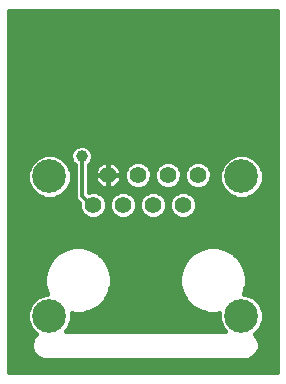
<source format=gbl>
G75*
%MOIN*%
%OFA0B0*%
%FSLAX25Y25*%
%IPPOS*%
%LPD*%
%AMOC8*
5,1,8,0,0,1.08239X$1,22.5*
%
%ADD10C,0.05543*%
%ADD11C,0.11220*%
%ADD12C,0.01600*%
%ADD13C,0.03962*%
%ADD14C,0.01200*%
D10*
X0039497Y0067430D03*
X0044497Y0077430D03*
X0049497Y0067430D03*
X0054497Y0077430D03*
X0059497Y0067430D03*
X0064497Y0077430D03*
X0069497Y0067430D03*
X0074497Y0077430D03*
D11*
X0088997Y0076918D03*
X0088997Y0030430D03*
X0024997Y0030430D03*
X0024997Y0076918D03*
D12*
X0011600Y0131961D02*
X0011600Y0011600D01*
X0100701Y0011600D01*
X0100701Y0131961D01*
X0011600Y0131961D01*
X0011600Y0130722D02*
X0100701Y0130722D01*
X0100701Y0129123D02*
X0011600Y0129123D01*
X0011600Y0127525D02*
X0100701Y0127525D01*
X0100701Y0125926D02*
X0011600Y0125926D01*
X0011600Y0124328D02*
X0100701Y0124328D01*
X0100701Y0122729D02*
X0011600Y0122729D01*
X0011600Y0121131D02*
X0100701Y0121131D01*
X0100701Y0119532D02*
X0011600Y0119532D01*
X0011600Y0117934D02*
X0100701Y0117934D01*
X0100701Y0116335D02*
X0011600Y0116335D01*
X0011600Y0114737D02*
X0100701Y0114737D01*
X0100701Y0113138D02*
X0011600Y0113138D01*
X0011600Y0111539D02*
X0100701Y0111539D01*
X0100701Y0109941D02*
X0011600Y0109941D01*
X0011600Y0108342D02*
X0100701Y0108342D01*
X0100701Y0106744D02*
X0011600Y0106744D01*
X0011600Y0105145D02*
X0100701Y0105145D01*
X0100701Y0103547D02*
X0011600Y0103547D01*
X0011600Y0101948D02*
X0100701Y0101948D01*
X0100701Y0100350D02*
X0011600Y0100350D01*
X0011600Y0098751D02*
X0100701Y0098751D01*
X0100701Y0097153D02*
X0011600Y0097153D01*
X0011600Y0095554D02*
X0100701Y0095554D01*
X0100701Y0093956D02*
X0011600Y0093956D01*
X0011600Y0092357D02*
X0100701Y0092357D01*
X0100701Y0090759D02*
X0011600Y0090759D01*
X0011600Y0089160D02*
X0100701Y0089160D01*
X0100701Y0087562D02*
X0011600Y0087562D01*
X0011600Y0085963D02*
X0032716Y0085963D01*
X0032595Y0085842D02*
X0032019Y0084452D01*
X0032019Y0082948D01*
X0032595Y0081558D01*
X0033400Y0080753D01*
X0033400Y0070023D01*
X0033765Y0069141D01*
X0034925Y0067981D01*
X0034925Y0066521D01*
X0035621Y0064840D01*
X0036907Y0063554D01*
X0038587Y0062858D01*
X0040406Y0062858D01*
X0042086Y0063554D01*
X0043373Y0064840D01*
X0044068Y0066521D01*
X0044068Y0068339D01*
X0043373Y0070020D01*
X0042086Y0071306D01*
X0040406Y0072002D01*
X0038587Y0072002D01*
X0038200Y0071841D01*
X0038200Y0080753D01*
X0039005Y0081558D01*
X0039581Y0082948D01*
X0039581Y0084452D01*
X0039005Y0085842D01*
X0037942Y0086905D01*
X0036552Y0087481D01*
X0035048Y0087481D01*
X0033658Y0086905D01*
X0032595Y0085842D01*
X0032019Y0084365D02*
X0011600Y0084365D01*
X0011600Y0082766D02*
X0020365Y0082766D01*
X0020799Y0083200D02*
X0018715Y0081116D01*
X0017587Y0078392D01*
X0017587Y0075444D01*
X0018715Y0072721D01*
X0020799Y0070636D01*
X0023523Y0069508D01*
X0026471Y0069508D01*
X0029194Y0070636D01*
X0031279Y0072721D01*
X0032407Y0075444D01*
X0032407Y0078392D01*
X0031279Y0081116D01*
X0029194Y0083200D01*
X0026471Y0084328D01*
X0023523Y0084328D01*
X0020799Y0083200D01*
X0018767Y0081168D02*
X0011600Y0081168D01*
X0011600Y0079569D02*
X0018074Y0079569D01*
X0017587Y0077971D02*
X0011600Y0077971D01*
X0011600Y0076372D02*
X0017587Y0076372D01*
X0017864Y0074774D02*
X0011600Y0074774D01*
X0011600Y0073175D02*
X0018526Y0073175D01*
X0019859Y0071577D02*
X0011600Y0071577D01*
X0011600Y0069978D02*
X0022387Y0069978D01*
X0027606Y0069978D02*
X0033418Y0069978D01*
X0033400Y0071577D02*
X0030135Y0071577D01*
X0031467Y0073175D02*
X0033400Y0073175D01*
X0033400Y0074774D02*
X0032129Y0074774D01*
X0032407Y0076372D02*
X0033400Y0076372D01*
X0033400Y0077971D02*
X0032407Y0077971D01*
X0031919Y0079569D02*
X0033400Y0079569D01*
X0032985Y0081168D02*
X0031227Y0081168D01*
X0032094Y0082766D02*
X0029628Y0082766D01*
X0038615Y0081168D02*
X0041864Y0081168D01*
X0042101Y0081340D02*
X0041519Y0080917D01*
X0041010Y0080408D01*
X0040587Y0079826D01*
X0040260Y0079185D01*
X0040038Y0078500D01*
X0039925Y0077790D01*
X0039925Y0077516D01*
X0044411Y0077516D01*
X0044411Y0082002D01*
X0044137Y0082002D01*
X0043426Y0081889D01*
X0042742Y0081667D01*
X0042101Y0081340D01*
X0044411Y0081168D02*
X0044583Y0081168D01*
X0044583Y0082002D02*
X0044857Y0082002D01*
X0045567Y0081889D01*
X0046252Y0081667D01*
X0046893Y0081340D01*
X0047475Y0080917D01*
X0047984Y0080408D01*
X0048407Y0079826D01*
X0048734Y0079185D01*
X0048956Y0078500D01*
X0049068Y0077790D01*
X0049068Y0077516D01*
X0044583Y0077516D01*
X0044583Y0077344D01*
X0049068Y0077344D01*
X0049068Y0077070D01*
X0048956Y0076359D01*
X0048734Y0075675D01*
X0048407Y0075034D01*
X0047984Y0074452D01*
X0047475Y0073943D01*
X0046893Y0073520D01*
X0046252Y0073193D01*
X0045567Y0072971D01*
X0044857Y0072858D01*
X0044583Y0072858D01*
X0044583Y0077344D01*
X0044411Y0077344D01*
X0044411Y0072858D01*
X0044137Y0072858D01*
X0043426Y0072971D01*
X0042742Y0073193D01*
X0042101Y0073520D01*
X0041519Y0073943D01*
X0041010Y0074452D01*
X0040587Y0075034D01*
X0040260Y0075675D01*
X0040038Y0076359D01*
X0039925Y0077070D01*
X0039925Y0077344D01*
X0044411Y0077344D01*
X0044411Y0077516D01*
X0044583Y0077516D01*
X0044583Y0082002D01*
X0044583Y0079569D02*
X0044411Y0079569D01*
X0044411Y0077971D02*
X0044583Y0077971D01*
X0044583Y0076372D02*
X0044411Y0076372D01*
X0044411Y0074774D02*
X0044583Y0074774D01*
X0044583Y0073175D02*
X0044411Y0073175D01*
X0046196Y0073175D02*
X0052822Y0073175D01*
X0053587Y0072858D02*
X0051907Y0073554D01*
X0050621Y0074840D01*
X0049925Y0076521D01*
X0049925Y0078339D01*
X0050621Y0080020D01*
X0051907Y0081306D01*
X0053587Y0082002D01*
X0055406Y0082002D01*
X0057086Y0081306D01*
X0058373Y0080020D01*
X0059068Y0078339D01*
X0059068Y0076521D01*
X0058373Y0074840D01*
X0057086Y0073554D01*
X0055406Y0072858D01*
X0053587Y0072858D01*
X0052086Y0071306D02*
X0053373Y0070020D01*
X0054068Y0068339D01*
X0054068Y0066521D01*
X0053373Y0064840D01*
X0052086Y0063554D01*
X0050406Y0062858D01*
X0048587Y0062858D01*
X0046907Y0063554D01*
X0045621Y0064840D01*
X0044925Y0066521D01*
X0044925Y0068339D01*
X0045621Y0070020D01*
X0046907Y0071306D01*
X0048587Y0072002D01*
X0050406Y0072002D01*
X0052086Y0071306D01*
X0051432Y0071577D02*
X0057562Y0071577D01*
X0056907Y0071306D02*
X0055621Y0070020D01*
X0054925Y0068339D01*
X0054925Y0066521D01*
X0055621Y0064840D01*
X0056907Y0063554D01*
X0058587Y0062858D01*
X0060406Y0062858D01*
X0062086Y0063554D01*
X0063373Y0064840D01*
X0064068Y0066521D01*
X0064068Y0068339D01*
X0063373Y0070020D01*
X0062086Y0071306D01*
X0060406Y0072002D01*
X0058587Y0072002D01*
X0056907Y0071306D01*
X0056171Y0073175D02*
X0062822Y0073175D01*
X0063587Y0072858D02*
X0065406Y0072858D01*
X0067086Y0073554D01*
X0068373Y0074840D01*
X0069068Y0076521D01*
X0069068Y0078339D01*
X0068373Y0080020D01*
X0067086Y0081306D01*
X0065406Y0082002D01*
X0063587Y0082002D01*
X0061907Y0081306D01*
X0060621Y0080020D01*
X0059925Y0078339D01*
X0059925Y0076521D01*
X0060621Y0074840D01*
X0061907Y0073554D01*
X0063587Y0072858D01*
X0061432Y0071577D02*
X0067562Y0071577D01*
X0066907Y0071306D02*
X0065621Y0070020D01*
X0064925Y0068339D01*
X0064925Y0066521D01*
X0065621Y0064840D01*
X0066907Y0063554D01*
X0068587Y0062858D01*
X0070406Y0062858D01*
X0072086Y0063554D01*
X0073373Y0064840D01*
X0074068Y0066521D01*
X0074068Y0068339D01*
X0073373Y0070020D01*
X0072086Y0071306D01*
X0070406Y0072002D01*
X0068587Y0072002D01*
X0066907Y0071306D01*
X0065604Y0069978D02*
X0063390Y0069978D01*
X0064052Y0068380D02*
X0064942Y0068380D01*
X0064925Y0066781D02*
X0064068Y0066781D01*
X0063514Y0065183D02*
X0065479Y0065183D01*
X0066877Y0063584D02*
X0062116Y0063584D01*
X0056877Y0063584D02*
X0052116Y0063584D01*
X0053514Y0065183D02*
X0055479Y0065183D01*
X0054925Y0066781D02*
X0054068Y0066781D01*
X0054052Y0068380D02*
X0054942Y0068380D01*
X0055604Y0069978D02*
X0053390Y0069978D01*
X0050688Y0074774D02*
X0048218Y0074774D01*
X0048958Y0076372D02*
X0049987Y0076372D01*
X0049925Y0077971D02*
X0049040Y0077971D01*
X0048538Y0079569D02*
X0050435Y0079569D01*
X0051769Y0081168D02*
X0047130Y0081168D01*
X0040456Y0079569D02*
X0038200Y0079569D01*
X0038200Y0077971D02*
X0039954Y0077971D01*
X0040036Y0076372D02*
X0038200Y0076372D01*
X0038200Y0074774D02*
X0040776Y0074774D01*
X0042797Y0073175D02*
X0038200Y0073175D01*
X0041432Y0071577D02*
X0047562Y0071577D01*
X0045604Y0069978D02*
X0043390Y0069978D01*
X0044052Y0068380D02*
X0044942Y0068380D01*
X0044925Y0066781D02*
X0044068Y0066781D01*
X0043514Y0065183D02*
X0045479Y0065183D01*
X0046877Y0063584D02*
X0042116Y0063584D01*
X0036877Y0063584D02*
X0011600Y0063584D01*
X0011600Y0065183D02*
X0035479Y0065183D01*
X0034925Y0066781D02*
X0011600Y0066781D01*
X0011600Y0068380D02*
X0034526Y0068380D01*
X0035971Y0053630D02*
X0033022Y0053630D01*
X0030174Y0052867D01*
X0027620Y0051392D01*
X0025535Y0049307D01*
X0024060Y0046753D01*
X0023297Y0043904D01*
X0023297Y0040955D01*
X0024060Y0038107D01*
X0024214Y0037840D01*
X0023523Y0037840D01*
X0020799Y0036712D01*
X0018715Y0034627D01*
X0017587Y0031904D01*
X0017587Y0028956D01*
X0018715Y0026232D01*
X0020574Y0024373D01*
X0019661Y0023460D01*
X0018927Y0021689D01*
X0018927Y0019771D01*
X0019661Y0018000D01*
X0021017Y0016644D01*
X0022788Y0015910D01*
X0091206Y0015910D01*
X0092977Y0016644D01*
X0094333Y0018000D01*
X0095067Y0019771D01*
X0095067Y0021689D01*
X0094333Y0023460D01*
X0093420Y0024373D01*
X0095279Y0026232D01*
X0096407Y0028956D01*
X0096407Y0031904D01*
X0095279Y0034627D01*
X0093194Y0036712D01*
X0090471Y0037840D01*
X0089780Y0037840D01*
X0089934Y0038107D01*
X0090697Y0040955D01*
X0090697Y0043904D01*
X0089934Y0046753D01*
X0088459Y0049307D01*
X0086374Y0051392D01*
X0083820Y0052867D01*
X0080971Y0053630D01*
X0078022Y0053630D01*
X0075174Y0052867D01*
X0072620Y0051392D01*
X0070535Y0049307D01*
X0069060Y0046753D01*
X0068297Y0043904D01*
X0068297Y0040955D01*
X0069060Y0038107D01*
X0070535Y0035553D01*
X0072620Y0033468D01*
X0075174Y0031993D01*
X0078022Y0031230D01*
X0080971Y0031230D01*
X0081587Y0031395D01*
X0081587Y0028956D01*
X0082715Y0026232D01*
X0083398Y0025550D01*
X0030596Y0025550D01*
X0031279Y0026232D01*
X0032407Y0028956D01*
X0032407Y0031395D01*
X0033022Y0031230D01*
X0035971Y0031230D01*
X0038820Y0031993D01*
X0041374Y0033468D01*
X0043459Y0035553D01*
X0044934Y0038107D01*
X0045697Y0040955D01*
X0045697Y0043904D01*
X0044934Y0046753D01*
X0043459Y0049307D01*
X0041374Y0051392D01*
X0038820Y0052867D01*
X0035971Y0053630D01*
X0039638Y0052395D02*
X0074356Y0052395D01*
X0072024Y0050796D02*
X0041970Y0050796D01*
X0043522Y0049198D02*
X0070472Y0049198D01*
X0069549Y0047599D02*
X0044445Y0047599D01*
X0045135Y0046001D02*
X0068859Y0046001D01*
X0068430Y0044402D02*
X0045564Y0044402D01*
X0045697Y0042803D02*
X0068297Y0042803D01*
X0068297Y0041205D02*
X0045697Y0041205D01*
X0045335Y0039606D02*
X0068658Y0039606D01*
X0069117Y0038008D02*
X0044876Y0038008D01*
X0043954Y0036409D02*
X0070040Y0036409D01*
X0071277Y0034811D02*
X0042717Y0034811D01*
X0040932Y0033212D02*
X0073062Y0033212D01*
X0076589Y0031614D02*
X0037404Y0031614D01*
X0032407Y0030015D02*
X0081587Y0030015D01*
X0081810Y0028417D02*
X0032184Y0028417D01*
X0031522Y0026818D02*
X0082472Y0026818D01*
X0089876Y0038008D02*
X0100701Y0038008D01*
X0100701Y0039606D02*
X0090335Y0039606D01*
X0090697Y0041205D02*
X0100701Y0041205D01*
X0100701Y0042803D02*
X0090697Y0042803D01*
X0090564Y0044402D02*
X0100701Y0044402D01*
X0100701Y0046001D02*
X0090135Y0046001D01*
X0089445Y0047599D02*
X0100701Y0047599D01*
X0100701Y0049198D02*
X0088522Y0049198D01*
X0086970Y0050796D02*
X0100701Y0050796D01*
X0100701Y0052395D02*
X0084638Y0052395D01*
X0073514Y0065183D02*
X0100701Y0065183D01*
X0100701Y0066781D02*
X0074068Y0066781D01*
X0074052Y0068380D02*
X0100701Y0068380D01*
X0100701Y0069978D02*
X0091606Y0069978D01*
X0090471Y0069508D02*
X0093194Y0070636D01*
X0095279Y0072721D01*
X0096407Y0075444D01*
X0096407Y0078392D01*
X0095279Y0081116D01*
X0093194Y0083200D01*
X0090471Y0084328D01*
X0087523Y0084328D01*
X0084799Y0083200D01*
X0082715Y0081116D01*
X0081587Y0078392D01*
X0081587Y0075444D01*
X0082715Y0072721D01*
X0084799Y0070636D01*
X0087523Y0069508D01*
X0090471Y0069508D01*
X0086387Y0069978D02*
X0073390Y0069978D01*
X0071432Y0071577D02*
X0083859Y0071577D01*
X0082526Y0073175D02*
X0076171Y0073175D01*
X0075406Y0072858D02*
X0077086Y0073554D01*
X0078373Y0074840D01*
X0079068Y0076521D01*
X0079068Y0078339D01*
X0078373Y0080020D01*
X0077086Y0081306D01*
X0075406Y0082002D01*
X0073587Y0082002D01*
X0071907Y0081306D01*
X0070621Y0080020D01*
X0069925Y0078339D01*
X0069925Y0076521D01*
X0070621Y0074840D01*
X0071907Y0073554D01*
X0073587Y0072858D01*
X0075406Y0072858D01*
X0072822Y0073175D02*
X0066171Y0073175D01*
X0068306Y0074774D02*
X0070688Y0074774D01*
X0069987Y0076372D02*
X0069007Y0076372D01*
X0069068Y0077971D02*
X0069925Y0077971D01*
X0070435Y0079569D02*
X0068559Y0079569D01*
X0067224Y0081168D02*
X0071769Y0081168D01*
X0077224Y0081168D02*
X0082767Y0081168D01*
X0082074Y0079569D02*
X0078559Y0079569D01*
X0079068Y0077971D02*
X0081587Y0077971D01*
X0081587Y0076372D02*
X0079007Y0076372D01*
X0078306Y0074774D02*
X0081864Y0074774D01*
X0084365Y0082766D02*
X0039506Y0082766D01*
X0039581Y0084365D02*
X0100701Y0084365D01*
X0100701Y0085963D02*
X0038884Y0085963D01*
X0057224Y0081168D02*
X0061769Y0081168D01*
X0060435Y0079569D02*
X0058559Y0079569D01*
X0059068Y0077971D02*
X0059925Y0077971D01*
X0059987Y0076372D02*
X0059007Y0076372D01*
X0058306Y0074774D02*
X0060688Y0074774D01*
X0072116Y0063584D02*
X0100701Y0063584D01*
X0100701Y0061986D02*
X0011600Y0061986D01*
X0011600Y0060387D02*
X0100701Y0060387D01*
X0100701Y0058789D02*
X0011600Y0058789D01*
X0011600Y0057190D02*
X0100701Y0057190D01*
X0100701Y0055592D02*
X0011600Y0055592D01*
X0011600Y0053993D02*
X0100701Y0053993D01*
X0100701Y0036409D02*
X0093497Y0036409D01*
X0095095Y0034811D02*
X0100701Y0034811D01*
X0100701Y0033212D02*
X0095865Y0033212D01*
X0096407Y0031614D02*
X0100701Y0031614D01*
X0100701Y0030015D02*
X0096407Y0030015D01*
X0096184Y0028417D02*
X0100701Y0028417D01*
X0100701Y0026818D02*
X0095522Y0026818D01*
X0094266Y0025220D02*
X0100701Y0025220D01*
X0100701Y0023621D02*
X0094171Y0023621D01*
X0094928Y0022023D02*
X0100701Y0022023D01*
X0100701Y0020424D02*
X0095067Y0020424D01*
X0094675Y0018826D02*
X0100701Y0018826D01*
X0100701Y0017227D02*
X0093560Y0017227D01*
X0100701Y0015629D02*
X0011600Y0015629D01*
X0011600Y0017227D02*
X0020433Y0017227D01*
X0019319Y0018826D02*
X0011600Y0018826D01*
X0011600Y0020424D02*
X0018927Y0020424D01*
X0019066Y0022023D02*
X0011600Y0022023D01*
X0011600Y0023621D02*
X0019822Y0023621D01*
X0019727Y0025220D02*
X0011600Y0025220D01*
X0011600Y0026818D02*
X0018472Y0026818D01*
X0017810Y0028417D02*
X0011600Y0028417D01*
X0011600Y0030015D02*
X0017587Y0030015D01*
X0017587Y0031614D02*
X0011600Y0031614D01*
X0011600Y0033212D02*
X0018129Y0033212D01*
X0018898Y0034811D02*
X0011600Y0034811D01*
X0011600Y0036409D02*
X0020497Y0036409D01*
X0023658Y0039606D02*
X0011600Y0039606D01*
X0011600Y0038008D02*
X0024117Y0038008D01*
X0023297Y0041205D02*
X0011600Y0041205D01*
X0011600Y0042803D02*
X0023297Y0042803D01*
X0023430Y0044402D02*
X0011600Y0044402D01*
X0011600Y0046001D02*
X0023859Y0046001D01*
X0024549Y0047599D02*
X0011600Y0047599D01*
X0011600Y0049198D02*
X0025472Y0049198D01*
X0027024Y0050796D02*
X0011600Y0050796D01*
X0011600Y0052395D02*
X0029356Y0052395D01*
X0011600Y0014030D02*
X0100701Y0014030D01*
X0100701Y0012432D02*
X0011600Y0012432D01*
X0094135Y0071577D02*
X0100701Y0071577D01*
X0100701Y0073175D02*
X0095467Y0073175D01*
X0096129Y0074774D02*
X0100701Y0074774D01*
X0100701Y0076372D02*
X0096407Y0076372D01*
X0096407Y0077971D02*
X0100701Y0077971D01*
X0100701Y0079569D02*
X0095919Y0079569D01*
X0095227Y0081168D02*
X0100701Y0081168D01*
X0100701Y0082766D02*
X0093628Y0082766D01*
D13*
X0090900Y0105100D03*
X0035800Y0083700D03*
D14*
X0035800Y0070500D01*
X0039100Y0067200D01*
X0039497Y0067430D01*
M02*

</source>
